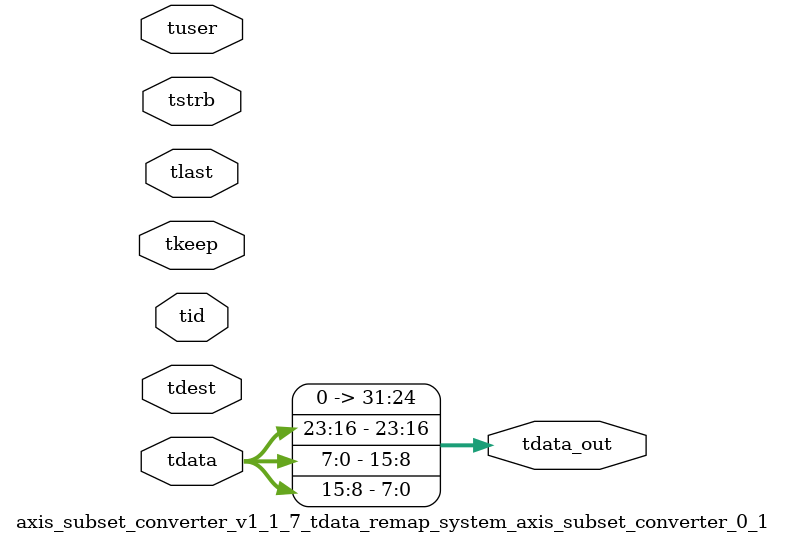
<source format=v>


`timescale 1ps/1ps

module axis_subset_converter_v1_1_7_tdata_remap_system_axis_subset_converter_0_1 #
(
parameter C_S_AXIS_TDATA_WIDTH = 32,
parameter C_S_AXIS_TUSER_WIDTH = 0,
parameter C_S_AXIS_TID_WIDTH   = 0,
parameter C_S_AXIS_TDEST_WIDTH = 0,
parameter C_M_AXIS_TDATA_WIDTH = 32
)
(
input  [(C_S_AXIS_TDATA_WIDTH == 0 ? 1 : C_S_AXIS_TDATA_WIDTH)-1:0     ] tdata,
input  [(C_S_AXIS_TUSER_WIDTH == 0 ? 1 : C_S_AXIS_TUSER_WIDTH)-1:0     ] tuser,
input  [(C_S_AXIS_TID_WIDTH   == 0 ? 1 : C_S_AXIS_TID_WIDTH)-1:0       ] tid,
input  [(C_S_AXIS_TDEST_WIDTH == 0 ? 1 : C_S_AXIS_TDEST_WIDTH)-1:0     ] tdest,
input  [(C_S_AXIS_TDATA_WIDTH/8)-1:0 ] tkeep,
input  [(C_S_AXIS_TDATA_WIDTH/8)-1:0 ] tstrb,
input                                                                    tlast,
output [C_M_AXIS_TDATA_WIDTH-1:0] tdata_out
);

assign tdata_out = {tdata[23:16],tdata[7:0],tdata[15:8]};

endmodule


</source>
